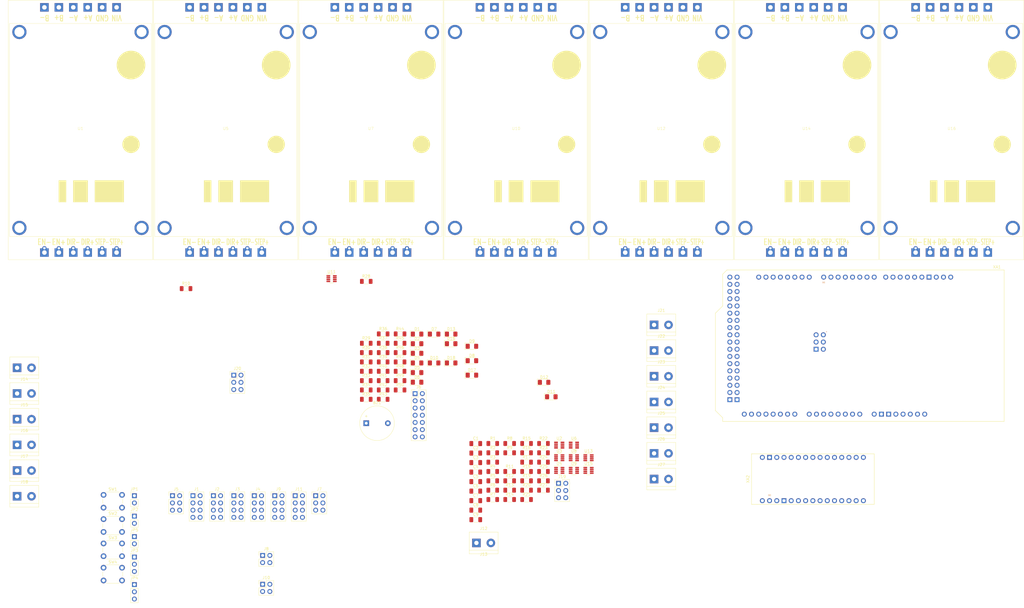
<source format=kicad_pcb>
(kicad_pcb (version 20221018) (generator pcbnew)
  (layers (0 "F.Cu" signal) (31 "B.Cu" signal) (34 "B.Paste" user) (35 "F.Paste" user) (36 "B.SilkS" user "B.Silkscreen") (37 "F.SilkS" user "F.Silkscreen") (38 "B.Mask" user) (39 "F.Mask" user) (44 "Edge.Cuts" user))
  (net 0 "")
  (net 1 "BUZZER0")
  (net 2 "GND")
  (net 3 "+5V")
  (net 4 "M0_EN")
  (net 5 "Net-(D1-A)")
  (net 6 "M1_EN")
  (net 7 "Net-(D2-A)")
  (net 8 "M2_EN")
  (net 9 "Net-(D3-A)")
  (net 10 "M3_EN")
  (net 11 "Net-(D4-A)")
  (net 12 "M4_EN")
  (net 13 "Net-(D5-A)")
  (net 14 "M5_EN")
  (net 15 "Net-(D6-A)")
  (net 16 "M6_EN")
  (net 17 "Net-(D7-A)")
  (net 18 "Net-(D8-A)")
  (net 19 "Net-(D9-A)")
  (net 20 "Net-(D10-A)")
  (net 21 "Net-(D11-A)")
  (net 22 "Net-(D12-A)")
  (net 23 "Net-(D13-A)")
  (net 24 "Net-(D16-A)")
  (net 25 "Net-(D17-A)")
  (net 26 "Net-(D18-A)")
  (net 27 "Net-(J1-Pin_1)")
  (net 28 "Net-(J1-Pin_3)")
  (net 29 "Net-(J2-Pin_1)")
  (net 30 "Net-(J2-Pin_3)")
  (net 31 "+3.3V")
  (net 32 "Net-(J5-Pin_1)")
  (net 33 "Net-(J5-Pin_3)")
  (net 34 "LIMIT0")
  (net 35 "LIMIT1")
  (net 36 "LIMIT2")
  (net 37 "LIMIT3")
  (net 38 "LIMIT4")
  (net 39 "LIMIT5")
  (net 40 "LIMIT6")
  (net 41 "M0_STEP")
  (net 42 "M0_DIR")
  (net 43 "Net-(J8-Pin_1)")
  (net 44 "Net-(J9-Pin_1)")
  (net 45 "Net-(J9-Pin_3)")
  (net 46 "SCL")
  (net 47 "SDA")
  (net 48 "Net-(J11-Pin_1)")
  (net 49 "Net-(J11-Pin_3)")
  (net 50 "+24V")
  (net 51 "SERVO_SIG_1")
  (net 52 "SERVO_SIG_2")
  (net 53 "Net-(JP1-B)")
  (net 54 "Net-(JP2-B)")
  (net 55 "Net-(JP3-A)")
  (net 56 "Net-(JP3-B)")
  (net 57 "Net-(JP4-A)")
  (net 58 "Net-(JP4-B)")
  (net 59 "Net-(JP5-B)")
  (net 60 "MPOWER4")
  (net 61 "MPOWER0")
  (net 62 "Net-(U2-A1)")
  (net 63 "Net-(U2-A0)")
  (net 64 "Net-(U3-A1)")
  (net 65 "Net-(U3-A0)")
  (net 66 "Net-(U4-A1)")
  (net 67 "Net-(U4-A0)")
  (net 68 "MPOWER1")
  (net 69 "MPOWER5")
  (net 70 "Net-(U6-A0)")
  (net 71 "Net-(U6-A1)")
  (net 72 "Net-(U8-A0)")
  (net 73 "Net-(U8-A1)")
  (net 74 "Net-(U9-A1)")
  (net 75 "Net-(U9-A0)")
  (net 76 "MPOWER2")
  (net 77 "MPOWER6")
  (net 78 "Net-(U11-A1)")
  (net 79 "Net-(U11-A0)")
  (net 80 "Net-(U13-A1)")
  (net 81 "Net-(U13-A0)")
  (net 82 "MPOWER3")
  (net 83 "Net-(U15-A1)")
  (net 84 "Net-(U15-A0)")
  (net 85 "LED0")
  (net 86 "LED1")
  (net 87 "LED2")
  (net 88 "LED3")
  (net 89 "LED4")
  (net 90 "SPOTLIGHT0")
  (net 91 "Net-(SW1-Pad1)")
  (net 92 "Net-(SW2-Pad1)")
  (net 93 "Net-(SW3-Pad1)")
  (net 94 "Net-(SW4-Pad1)")
  (net 115 "M1_STEP")
  (net 116 "M1_DIR")
  (net 117 "M2_STEP")
  (net 118 "M2_DIR")
  (net 119 "M3_STEP")
  (net 120 "M3_DIR")
  (net 121 "M4_STEP")
  (net 122 "M4_DIR")
  (net 123 "M5_STEP")
  (net 124 "M5_DIR")
  (net 125 "M6_STEP")
  (net 126 "M6_DIR")
  (net 150 "Net-(J1-Pin_5)")
  (net 151 "Net-(J1-Pin_7)")
  (net 152 "Net-(J2-Pin_5)")
  (net 153 "Net-(J2-Pin_7)")
  (net 154 "Net-(J5-Pin_5)")
  (net 155 "Net-(J8-Pin_3)")
  (net 156 "Net-(J9-Pin_5)")
  (net 157 "Net-(J9-Pin_7)")
  (net 158 "Net-(J11-Pin_5)")
  (net 159 "Net-(J11-Pin_7)")
  (net 160 "Net-(J19-Pin_3)")
  (net 161 "Net-(J20-Pin_3)")
  (footprint "TerminalBlock:TerminalBlock_bornier-2_P5.08mm" (layer "F.Cu") (at 266.7 159.38)
    (fp_text reference "J23")
    (fp_text value "Screw_Terminal_01x02")
  )
  (footprint "Arm_Footprints:TB6560_Breakout" (layer "F.Cu") (at 269.24 72.62)
    (fp_text reference "U12")
    (fp_text value "TB6560_Board")
  )
  (footprint "Resistor_SMD:R_1206_3216Metric_Pad1.30x1.75mm_HandSolder" (layer "F.Cu") (at 101.99 128.5)
    (fp_text reference "R10")
    (fp_text value "R")
  )
  (footprint "Capacitor_SMD:C_1206_3216Metric_Pad1.33x1.80mm_HandSolder" (layer "F.Cu") (at 203.95 196.48)
    (fp_text reference "C5")
    (fp_text value "C")
  )
  (footprint "Package_TO_SOT_SMD:SOT-23-8" (layer "F.Cu") (at 243.63 188.08)
    (fp_text reference "U13")
    (fp_text value "INA219AxDCN")
  )
  (footprint "LED_SMD:LED_1206_3216Metric_Pad1.42x1.75mm_HandSolder" (layer "F.Cu") (at 183.3 158.075)
    (fp_text reference "D5")
    (fp_text value "LED")
  )
  (footprint "LED_SMD:LED_1206_3216Metric_Pad1.42x1.75mm_HandSolder" (layer "F.Cu") (at 202.6 153.9)
    (fp_text reference "D8")
    (fp_text value "LED")
  )
  (footprint "Resistor_SMD:R_1206_3216Metric_Pad1.30x1.75mm_HandSolder" (layer "F.Cu") (at 209.93 183.05)
    (fp_text reference "R1")
    (fp_text value "R")
  )
  (footprint "Arm_Footprints:TB6560_Breakout" (layer "F.Cu") (at 320.34 72.62)
    (fp_text reference "U14")
    (fp_text value "TB6560_Board")
  )
  (footprint "Resistor_SMD:R_1206_3216Metric_Pad1.30x1.75mm_HandSolder" (layer "F.Cu") (at 221.83 183.05)
    (fp_text reference "R15")
    (fp_text value "10K")
  )
  (footprint "Package_TO_SOT_SMD:SOT-23-8" (layer "F.Cu") (at 233.33 192.53)
    (fp_text reference "U4")
    (fp_text value "INA219AxDCN")
  )
  (footprint "Resistor_SMD:R_1206_3216Metric_Pad1.30x1.75mm_HandSolder" (layer "F.Cu") (at 215.88 192.92)
    (fp_text reference "R11")
    (fp_text value "R")
  )
  (footprint "Package_TO_SOT_SMD:SOT-23-8" (layer "F.Cu") (at 233.33 183.63)
    (fp_text reference "U2")
    (fp_text value "INA219AxDCN")
  )
  (footprint "Package_TO_SOT_SMD:SOT-23-8" (layer "F.Cu") (at 243.63 192.53)
    (fp_text reference "U15")
    (fp_text value "INA219AxDCN")
  )
  (footprint "Resistor_SMD:R_1206_3216Metric_Pad1.30x1.75mm_HandSolder" (layer "F.Cu") (at 171.355 164.205)
    (fp_text reference "R42")
    (fp_text value "R")
  )
  (footprint "Connector_PinHeader_2.54mm:PinHeader_2x04_P2.54mm_Vertical" (layer "F.Cu") (at 140.405 201.455)
    (fp_text reference "J11")
    (fp_text value "Conn_02x04_Counter_Clockwise")
  )
  (footprint "Resistor_SMD:R_1206_3216Metric_Pad1.30x1.75mm_HandSolder" (layer "F.Cu") (at 215.88 186.34)
    (fp_text reference "R9")
    (fp_text value "10K")
  )
  (footprint "Connector_PinHeader_2.54mm:PinHeader_2x04_P2.54mm_Vertical" (layer "F.Cu") (at 133.205 201.455)
    (fp_text reference "J9")
    (fp_text value "Conn_02x04_Counter_Clockwise")
  )
  (footprint "Connector_PinHeader_2.54mm:PinHeader_1x02_P2.54mm_Vertical" (layer "F.Cu") (at 83.805 201.455)
    (fp_text reference "JP1")
    (fp_text value "Jumper_2_Open")
  )
  (footprint "TerminalBlock:TerminalBlock_bornier-2_P5.08mm" (layer "F.Cu") (at 266.7 168.43)
    (fp_text reference "J24")
    (fp_text value "Screw_Terminal_01x02")
  )
  (footprint "Resistor_SMD:R_1206_3216Metric_Pad1.30x1.75mm_HandSolder" (layer "F.Cu") (at 209.93 199.5)
    (fp_text reference "R6")
    (fp_text value "10K")
  )
  (footprint "Button_Switch_THT:SW_PUSH_6mm" (layer "F.Cu") (at 72.955 226.805)
    (fp_text reference "SW4")
    (fp_text value "SW_Push")
  )
  (footprint "Connector_PinHeader_2.54mm:PinHeader_2x04_P2.54mm_Vertical" (layer "F.Cu") (at 118.805 201.455)
    (fp_text reference "J3")
    (fp_text value "Conn_02x04_Counter_Clockwise")
  )
  (footprint "Arm_Footprints:TB6560_Breakout" (layer "F.Cu") (at 218.14 72.62)
    (fp_text reference "U10")
    (fp_text value "TB6560_Board")
  )
  (footprint "LED_SMD:LED_1206_3216Metric_Pad1.42x1.75mm_HandSolder" (layer "F.Cu") (at 189.295 144.515)
    (fp_text reference "D7")
    (fp_text value "LED")
  )
  (footprint "Resistor_SMD:R_1206_3216Metric_Pad1.30x1.75mm_HandSolder" (layer "F.Cu") (at 215.88 202.79)
    (fp_text reference "R14")
    (fp_text value "10K")
  )
  (footprint "Resistor_SMD:R_1206_3216Metric_Pad1.30x1.75mm_HandSolder" (layer "F.Cu") (at 209.93 189.63)
    (fp_text reference "R3")
    (fp_text value "R")
  )
  (footprint "Resistor_SMD:R_1206_3216Metric_Pad1.30x1.75mm_HandSolder" (layer "F.Cu") (at 171.355 154.335)
    (fp_text reference "R39")
    (fp_text value "R")
  )
  (footprint "TerminalBlock:TerminalBlock_bornier-2_P5.08mm" (layer "F.Cu") (at 42.525 183.545)
    (fp_text reference "J16")
    (fp_text value "Screw_Terminal_01x02")
  )
  (footprint "Resistor_SMD:R_1206_3216Metric_Pad1.30x1.75mm_HandSolder" (layer "F.Cu") (at 171.355 147.755)
    (fp_text reference "R37")
    (fp_text value "R")
  )
  (footprint "Capacitor_SMD:C_1206_3216Metric_Pad1.33x1.80mm_HandSolder" (layer "F.Cu") (at 203.95 183.08)
    (fp_text reference "C1")
    (fp_text value "C")
  )
  (footprint "Resistor_SMD:R_1206_3216Metric_Pad1.30x1.75mm_HandSolder" (layer "F.Cu") (at 221.83 196.21)
    (fp_text reference "R19")
    (fp_text value "R")
  )
  (footprint "Resistor_SMD:R_1206_3216Metric_Pad1.30x1.75mm_HandSolder" (layer "F.Cu") (at 209.93 186.34)
    (fp_text reference "R2")
    (fp_text value "R")
  )
  (footprint "Connector_PinHeader_2.54mm:PinHeader_2x02_P2.54mm_Vertical" (layer "F.Cu") (at 128.94 222.48)
    (fp_text reference "J8")
    (fp_text value "Conn_02x02_Counter_Clockwise")
  )
  (footprint "Button_Switch_THT:SW_PUSH_6mm" (layer "F.Cu") (at 72.955 209.705)
    (fp_text reference "SW2")
    (fp_text value "SW_Push")
  )
  (footprint "Button_Switch_THT:SW_PUSH_6mm" (layer "F.Cu") (at 72.955 201.155)
    (fp_text reference "SW1")
    (fp_text value "SW_Push")
  )
  (footprint "Resistor_SMD:R_1206_3216Metric_Pad1.30x1.75mm_HandSolder" (layer "F.Cu") (at 215.88 196.21)
    (fp_text reference "R12")
    (fp_text value "R")
  )
  (footprint "LED_SMD:LED_1206_3216Metric_Pad1.42x1.75mm_HandSolder" (layer "F.Cu") (at 228 161.52)
    (fp_text reference "D12")
    (fp_text value "LED")
  )
  (footprint "Connector_PinHeader_2.54mm:PinHeader_2x03_P2.54mm_Vertical" (layer "F.Cu") (at 147.605 201.455)
    (fp_text reference "J7")
    (fp_text value "Conn_02x03_Counter_Clockwise")
  )
  (footprint "LED_SMD:LED_1206_3216Metric_Pad1.42x1.75mm_HandSolder" (layer "F.Cu") (at 195.29 154.685)
    (fp_text reference "D18")
    (fp_text value "LED")
  )
  (footprint "Resistor_SMD:R_1206_3216Metric_Pad1.30x1.75mm_HandSolder" (layer "F.Cu") (at 165.405 154.335)
    (fp_text reference "R31")
    (fp_text value "R")
  )
  (footprint "LED_SMD:LED_1206_3216Metric_Pad1.42x1.75mm_HandSolder" (layer "F.Cu") (at 202.6 148.82)
    (fp_text reference "D9")
    (fp_text value "LED")
  )
  (footprint "LED_SMD:LED_1206_3216Metric_Pad1.42x1.75mm_HandSolder" (layer "F.Cu") (at 189.295 154.685)
    (fp_text reference "D10")
    (fp_text value "LED")
  )
  (footprint "TerminalBlock:TerminalBlock_bornier-2_P5.08mm" (layer "F.Cu") (at 42.525 192.595)
    (fp_text reference "J17")
    (fp_text value "Screw_Terminal_01x02")
  )
  (footprint "TerminalBlock:TerminalBlock_bornier-2_P5.08mm" (layer "F.Cu") (at 42.525 201.645)
    (fp_text reference "J18")
    (fp_text value "Screw_Terminal_01x02")
  )
  (footprint "TerminalBlock:TerminalBlock_bornier-2_P5.08mm" (layer "F.Cu") (at 266.7 177.48)
    (fp_text reference "J25")
    (fp_text value "Screw_Terminal_01x02")
  )
  (footprint "TerminalBlock:TerminalBlock_bornier-2_P5.08mm" (layer "F.Cu") (at 42.525 165.445)
    (fp_text reference "J14")
    (fp_text value "Screw_Terminal_01x02")
  )
  (footprint "Arm_Footprints:TB6560_Breakout" (layer "F.Cu") (at 167.04 72.62)
    (fp_text reference "U7")
    (fp_text value "TB6560_Board")
  )
  (footprint "Package_TO_SOT_SMD:SOT-23-8" (layer "F.Cu") (at 238.48 192.53)
    (fp_text reference "U9")
    (fp_text value "INA219AxDCN")
  )
  (footprint "TerminalBlock:TerminalBlock_bornier-2_P5.08mm" (layer "F.Cu") (at 266.7 195.58)
    (fp_text reference "J27")
    (fp_text value "Screw_Terminal_01x02")
  )
  (footprint "Resistor_SMD:R_1206_3216Metric_Pad1.30x1.75mm_HandSolder" (layer "F.Cu") (at 227.78 192.92)
    (fp_text reference "R25")
    (fp_text value "R")
  )
  (footprint "LED_SMD:LED_1206_3216Metric_Pad1.42x1.75mm_HandSolder" (layer "F.Cu") (at 183.3 147.905)
    (fp_text reference "D2")
    (fp_text value "LED")
  )
  (footprint "Resistor_SMD:R_1206_3216Metric_Pad1.30x1.75mm_HandSolder" (layer "F.Cu") (at 177.305 160.915)
    (fp_text reference "R49")
    (fp_text value "R")
  )
  (footprint "Arm_Footprints:TB6560_Breakout" (layer "F.Cu") (at 371.44 72.62)
    (fp_text reference "U16")
    (fp_text value "TB6560_Board")
  )
  (footprint "Connector_PinHeader_2.54mm:PinHeader_2x03_P2.54mm_Vertical" (layer "F.Cu") (at 233.08 197.08)
    (fp_text reference "J19")
    (fp_text value "Conn_02x03_Counter_Clockwise")
  )
  (footprint "Capacitor_SMD:C_1206_3216Metric_Pad1.33x1.80mm_HandSolder" (layer "F.Cu") (at 203.95 209.88)
    (fp_text reference "C9")
    (fp_text value "C")
  )
  (footprint "Connector_PinHeader_2.54mm:PinHeader_2x03_P2.54mm_Vertical" (layer "F.Cu") (at 97.205 201.455)
    (fp_text reference "J5")
    (fp_text value "Conn_02x03_Counter_Clockwise")
  )
  (footprint "Connector_PinHeader_2.54mm:PinHeader_1x03_P2.54mm_Vertical" (layer "F.Cu") (at 83.805 232.755)
    (fp_text reference "JP4")
    (fp_text value "Jumper_3_Open")
  )
  (footprint "LED_SMD:LED_1206_3216Metric_Pad1.42x1.75mm_HandSolder" (layer "F.Cu") (at 183.3 151.295)
    (fp_text reference "D3")
    (fp_text value "LED")
  )
  (footprint "Resistor_SMD:R_1206_3216Metric_Pad1.30x1.75mm_HandSolder" (layer "F.Cu") (at 227.78 189.63)
    (fp_text reference "R24")
    (fp_text value "10K")
  )
  (footprint "Resistor_SMD:R_1206_3216Metric_Pad1.30x1.75mm_HandSolder" (layer "F.Cu") (at 165.405 157.625)
    (fp_text reference "R32")
    (fp_text value "R")
  )
  (footprint "Arm_Footprints:TB6560_Breakout" (layer "F.Cu") (at 115.94 72.62)
    (fp_text reference "U5")
    (fp_text value "TB6560_Board")
  )
  (footprint "Resistor_SMD:R_1206_3216Metric_Pad1.30x1.75mm_HandSolder" (layer "F.Cu") (at 165.405 125.96)
    (fp_text reference "R28")
    (fp_text value "R")
  )
  (footprint "Resistor_SMD:R_1206_3216Metric_Pad1.30x1.75mm_HandSolder" (layer "F.Cu") (at 227.78 199.5)
    (fp_text reference "R27")
    (fp_text value "10K")
  )
  (footprint "Resistor_SMD:R_1206_3216Metric_Pad1.30x1.75mm_HandSolder" (layer "F.Cu") (at 177.305 164.205)
    (fp_text reference "R50")
    (fp_text value "R")
  )
  (footprint "Resistor_SMD:R_1206_3216Metric_Pad1.30x1.75mm_HandSolder" (layer "F.Cu") (at 165.405 151.045)
    (fp_text reference "R30")
    (fp_text value "R")
  )
  (footprint "Package_TO_SOT_SMD:SOT-23-8" (layer "F.Cu") (at 233.33 188.08)
    (fp_text reference "U3")
    (fp_text value "INA219AxDCN")
  )
  (footprint "Resistor_SMD:R_1206_3216Metric_Pad1.30x1.75mm_HandSolder" (layer "F.Cu") (at 177.305 151.045)
    (fp_text reference "R46")
    (fp_text value "R")
  )
  (footprint "Resistor_SMD:R_1206_3216Metric_Pad1.30x1.75mm_HandSolder" (layer "F.Cu") (at 165.405 160.915)
    (fp_text reference "R33")
    (fp_text value "R")
  )
  (footprint "Resistor_SMD:R_1206_3216Metric_Pad1.30x1.75mm_HandSolder" (layer "F.Cu") (at 221.83 199.5)
    (fp_text reference "R20")
    (fp_text value "R")
  )
  (footprint "TerminalBlock:TerminalBlock_bornier-2_P5.08mm" (layer "F.Cu") (at 42.525 174.495)
    (fp_text reference "J15")
    (fp_text value "Screw_Terminal_01x02")
  )
  (footprint "Connector_PinHeader_2.54mm:PinHeader_2x02_P2.54mm_Vertical" (layer "F.Cu") (at 128.94 232.64)
    (fp_text reference "J10")
    (fp_text value "Conn_02x02_Counter_Clockwise")
  )
  (footprint "Resistor_SMD:R_1206_3216Metric_Pad1.30x1.75mm_HandSolder" (layer "F.Cu") (at 171.355 151.045)
    (fp_text reference "R38")
    (fp_text value "R")
  )
  (footprint "Resistor_SMD:R_1206_3216Metric_Pad1.30x1.75mm_HandSolder" (layer "F.Cu") (at 227.78 196.21)
    (fp_text reference "R26")
    (fp_text value "10K")
  )
  (footprint "Resistor_SMD:R_1206_3216Metric_Pad1.30x1.75mm_HandSolder" (layer "F.Cu") (at 177.305 147.755)
    (fp_text reference "R45")
    (fp_text value "R")
  )
  (footprint "Resistor_SMD:R_1206_3216Metric_Pad1.30x1.75mm_HandSolder" (layer "F.Cu") (at 221.83 202.79)
    (fp_text reference "R21")
    (fp_text value "10K")
  )
  (footprint "Resistor_SMD:R_1206_3216Metric_Pad1.30x1.75mm_HandSolder" (layer "F.Cu") (at 171.355 167.495)
    (fp_text reference "R43")
    (fp_text value "R")
  )
  (footprint "Resistor_SMD:R_1206_3216Metric_Pad1.30x1.75mm_HandSolder" (layer "F.Cu") (at 209.93 196.21)
    (fp_text reference "R5")
    (fp_text value "10K")
  )
  (footprint "LED_SMD:LED_1206_3216Metric_Pad1.42x1.75mm_HandSolder" (layer "F.Cu") (at 202.6 158.98)
    (fp_text reference "D17")
    (fp_text value "LED")
  )
  (footprint "Package_TO_SOT_SMD:SOT-23-8" (layer "F.Cu") (at 238.48 183.63)
    (fp_text reference "U6")
    (fp_text value "INA219AxDCN")
  )
  (footprint "Resistor_SMD:R_1206_3216Metric_Pad1.30x1.75mm_HandSolder" (layer "F.Cu") (at 221.83 186.34)
    (fp_text reference "R16")
    (fp_text value "10K")
  )
  (footprint "Resistor_SMD:R_1206_3216Metric_Pad1.30x1.75mm_HandSolder" (layer "F.Cu") (at 171.355 144.465)
    (fp_text reference "R36")
    (fp_text value "R")
  )
  (footprint "LED_SMD:LED_1206_3216Metric_Pad1.42x1.75mm_HandSolder" (layer "F.Cu") (at 195.29 144.515)
    (fp_text reference "D13")
    (fp_text value "LED")
  )
  (footprint "Resistor_SMD:R_1206_3216Metric_Pad1.30x1.75mm_HandSolder" (layer "F.Cu") (at 165.405 167.495)
    (fp_text reference "R35")
    (fp_text value "R")
  )
  (footprint "Resistor_SMD:R_1206_3216Metric_Pad1.30x1.75mm_HandSolder" (layer "F.Cu") (at 165.405 164.205)
    (fp_text reference "R34")
    (fp_text value "R")
  )
  (footprint "Resistor_SMD:R_1206_3216Metric_Pad1.30x1.75mm_HandSolder" (layer "F.Cu") (at 209.93 192.92)
    (fp_text reference "R4")
    (fp_text value "10K")
  )
  (footprint "Resistor_SMD:R_1206_3216Metric_Pad1.30x1.75mm_HandSolder" (layer "F.Cu") (at 227.78 183.05)
    (fp_text reference "R22")
    (fp_text value "10K")
  )
  (footprint "LED_SMD:LED_1206_3216Metric_Pad1.42x1.75mm_HandSolder" (layer "F.Cu") (at 230.54 166.6)
    (fp_text reference "D11")
    (fp_text value "LED")
  )
  (footprint "Capacitor_SMD:C_1206_3216Metric_Pad1.33x1.80mm_HandSolder" (layer "F.Cu") (at 203.95 189.78)
    (fp_text reference "C3")
    (fp_text value "C")
  )
  (footprint "Resistor_SMD:R_1206_3216Metric_Pad1.30x1.75mm_HandSolder" (layer "F.Cu") (at 215.88 183.05)
    (fp_text reference "R8")
    (fp_text value "10K")
  )
  (footprint "LED_SMD:LED_1206_3216Metric_Pad1.42x1.75mm_HandSolder" (layer "F.Cu") (at 195.29 147.905)
    (fp_text reference "D16")
    (fp_text value "LED")
  )
  (footprint "Resistor_SMD:R_1206_3216Metric_Pad1.30x1.75mm_HandSolder" (layer "F.Cu") (at 177.305 154.335)
    (fp_text reference "R47")
    (fp_text value "R")
  )
  (footprint "Capacitor_SMD:C_1206_3216Metric_Pad1.33x1.80mm_HandSolder" (layer "F.Cu") (at 203.95 199.83)
    (fp_text reference "C6")
    (fp_text value "C")
  )
  (footprint "Resistor_SMD:R_1206_3216Metric_Pad1.30x1.75mm_HandSolder" (layer "F.Cu") (at 177.305 144.465)
    (fp_text reference "R44")
    (fp_text value "R")
  )
  (footprint "Capacitor_SMD:C_1206_3216Metric_Pad1.33x1.80mm_HandSolder" (layer "F.Cu") (at 203.95 206.53)
    (fp_text reference "C8")
    (fp_text value "C")
  )
  (footprint "Resistor_SMD:R_1206_3216Metric_Pad1.30x1.75mm_HandSolder" (layer "F.Cu") (at 215.88 199.5)
    (fp_text reference "R13")
    (fp_text value "10K")
  )
  (footprint "TerminalBlock:TerminalBlock_bornier-2_P5.08mm" (layer "F.Cu") (at 204.18 218.08)
    (fp_text reference "J12")
    (fp_text value "Screw_Terminal_01x02")
  )
  (footprint "Connector_PinHeader_2.54mm:PinHeader_1x03_P2.54mm_Vertical" (layer "F.Cu") (at 83.805 223.055)
    (fp_text reference "JP3")
    (fp_text value "Jumper_3_Open")
  )
  (footprint "Connector_PinHeader_2.54mm:PinHeader_1x02_P2.54mm_Vertical" (layer "F.Cu") (at 83.805 208.655)
    (fp_text reference "JP2")
    (fp_text value "Jumper_2_Open")
  )
  (footprint "Arduino_Library:Arduino_Nano_Socket" (layer "F.Cu") (at 344.17 195.58 90)
    (fp_text reference "XA2")
    (fp_text value "Arduino_Nano_Socket")
  )
  (footprint "LED_SMD:LED_1206_3216Metric_Pad1.42x1.75mm_HandSolder" (layer "F.Cu") (at 183.3 144.515)
    (fp_text reference "D1")
    (fp_text value "LED")
  )
  (footprint "Connector_PinHeader_2.54mm:PinHeader_2x04_P2.54mm_Vertical" (layer "F.Cu") (at 104.405 201.455)
    (fp_text reference "J1")
    (fp_text value "Conn_02x04_Counter_Clockwise")
  )
  (footprint "TerminalBlock:TerminalBlock_bornier-2_P5.08mm" (layer "F.Cu") (at 266.7 186.53)
    (fp_text reference "J26")
    (fp_text value "Screw_Terminal_01x02")
  )
  (footprint "LED_SMD:LED_1206_3216Metric_Pad1.42x1.75mm_HandSolder" (layer "F.Cu") (at 183.3 154.685)
    (fp_text reference "D4")
    (fp_text value "LED")
  )
  (footprint "Capacitor_SMD:C_1206_3216Metric_Pad1.33x1.80mm_HandSolder" (layer "F.Cu") (at 203.95 186.43)
    (fp_text reference "C2")
    (fp_text value "C")
  )
  (footprint "Resistor_SMD:R_1206_3216Metric_Pad1.30x1.75mm_HandSolder" (layer "F.Cu") (at 221.83 192.92)
    (fp_text reference "R18")
    (fp_text value "10K")
  )
  (footprint "Resistor_SMD:R_1206_3216Metric_Pad1.30x1.75mm_HandSolder" (layer "F.Cu") (at 171.355 157.625)
    (fp_text reference "R40")
    (fp_text value "R")
  )
  (footprint "LED_SMD:LED_1206_3216Metric_Pad1.42x1.75mm_HandSolder" (layer "F.Cu") (at 183.3 161.465)
    (fp_text reference "D6")
    (fp_text value "LED")
  )
  (footprint "Resistor_SMD:R_1206_3216Metric_Pad1.30x1.75mm_HandSolder" (layer "F.Cu") (at 171.355 160.915)
    (fp_text reference "R41")
    (fp_text value "R")
  )
  (footprint "TerminalBlock:TerminalBlock_bornier-2_P5.08mm" (layer "F.Cu") (at 266.7 141.28)
    (fp_text reference "J21")
    (fp_text value "Screw_Terminal_01x02")
  )
  (footprint "TerminalBlock:TerminalBlock_bornier-2_P5.08mm" (layer "F.Cu") (at 42.525 156.395)
    (fp_text reference "J13")
    (fp_text value "Screw_Terminal_01x02")
  )
  (footprint "Buzzer_Beeper:Buzzer_12x9.5RM7.6" (layer "F.Cu") (at 165.405 175.915)
    (fp_text reference "BZ1")
    (fp_text value "Buzzer")
  )
  (footprint "TerminalBlock:TerminalBlock_bornier-2_P5.08mm" (layer "F.Cu") (at 266.7 150.33)
    (fp_text reference "J22")
    (fp_text value "Screw_Terminal_01x02")
  )
  (footprint "Connector_PinHeader_2.54mm:PinHeader_2x07_P2.54mm_Vertical" (layer "F.Cu") (at 182.605 165.485)
    (fp_text reference "J6")
    (fp_text value "Conn_02x07_Counter_Clockwise")
  )
  (footprint "Resistor_SMD:R_1206_3216Metric_Pad1.30x1.75mm_HandSolder" (layer "F.Cu") (at 227.78 186.34)
    (fp_text reference "R23")
    (fp_text value "10K")
  )
  (footprint "Connector_PinHeader_2.54mm:PinHeader_2x04_P2.54mm_Vertical" (layer "F.Cu") (at 111.605 201.455)
    (fp_text reference "J2")
    (fp_text value "Conn_02x04_Counter_Clockwise")
  )
  (footprint "Resistor_SMD:R_1206_3216Metric_Pad1.30x1.75mm_HandSolder" (layer "F.Cu") (at 177.305 157.625)
    (fp_text reference "R48")
    (fp_text value "R")
  )
  (footprint "Resistor_SMD:R_1206_3216Metric_Pad1.30x1.75mm_HandSolder" (layer "F.Cu") (at 165.405 147.755)
    (fp_text reference "R29")
    (fp_text value "R")
  )
  (footprint "Arm_Footprints:TB6560_Breakout" (layer "F.Cu") (at 64.84 72.62)
    (fp_text reference "U1")
    (fp_text value "TB6560_Board")
  )
  (footprint "Resistor_SMD:R_1206_3216Metric_Pad1.30x1.75mm_HandSolder" (layer "F.Cu") (at 221.83 189.63)
    (fp_text reference "R17")
    (fp_text value "10K")
  )
  (footprint "Resistor_SMD:R_1206_3216Metric_Pad1.30x1.75mm_HandSolder" (layer "F.Cu") (at 209.93 202.79)
    (fp_text reference "R7")
    (fp_text value "10K")
  )
  (footprint "Connector_PinHeader_2.54mm:PinHeader_2x03_P2.54mm_Vertical" (layer "F.Cu") (at 118.78 158.98)
    (fp_text reference "J20")
    (fp_text value "Conn_02x03_Counter_Clockwise")
  )
  (footprint "Connector_PinHeader_2.54mm:PinHeader_2x04_P2.54mm_Vertical" (layer "F.Cu") (at 126.005 201.455)
    (fp_text reference "J4")
    (fp_text value "Conn_02x04_Counter_Clockwise")
  )
  (footprint "Package_TO_SOT_SMD:SOT-23-8" (layer "F.Cu") (at 153.2025 124.985)
    (fp_text reference "U11")
    (fp_text value "INA219AxDCN")
  )
  (footprint "Package_TO_SOT_SMD:SOT-23-8" (layer "F.Cu") (at 238.48 188.08)
    (fp_text reference "U8")
    (fp_text value "INA219AxDCN")
  )
  (footprint "Button_Switch_THT:SW_PUSH_6mm" (layer "F.Cu") (at 72.955 218.255)
    (fp_text reference "SW3")
    (fp_text value "SW_Push")
  )
  (footprint "Capacitor_SMD:C_1206_3216Metric_Pad1.33x1.80mm_HandSolder" (layer "F.Cu") (at 203.95 193.13)
    (fp_text reference "C4")
    (fp_text value "C")
  )
  (footprint "Connector_PinHeader_2.54mm:PinHeader_1x02_P2.54mm_Vertical" (layer "F.Cu") (at 83.805 215.855)
    (fp_text reference "JP5")
    (fp_text value "Jumper_2_Open")
  )
  (footprint "Capacitor_SMD:C_1206_3216Metric_Pad1.33x1.80mm_HandSolder" (layer "F.Cu") (at 203.95 203.18)
    (fp_text reference "C7")
    (fp_text value "C")
  )
  (footprint "Arduino_Library:Arduino_Mega2560_Shield" (layer "B.Cu") (at 389.89 175.26 180)
    (fp_text reference "XA1")
    (fp_text value "Arduino_Mega2560_Shield")
  )
)
</source>
